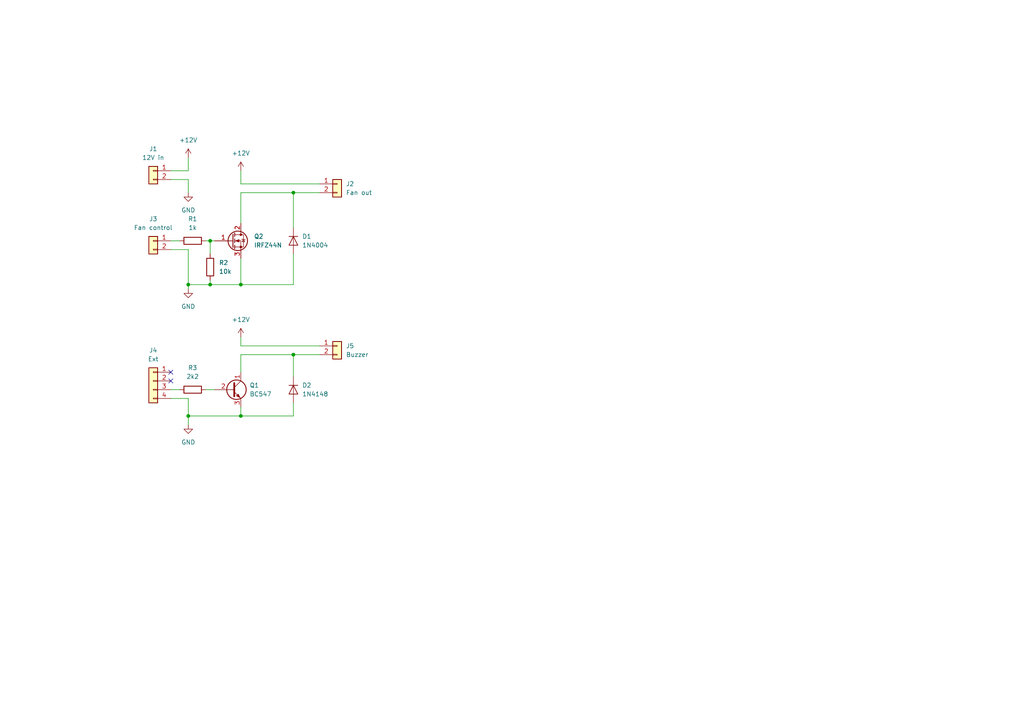
<source format=kicad_sch>
(kicad_sch (version 20230819) (generator eeschema)
  (paper "A4")
  (lib_symbols
    (symbol "Connector_Generic:Conn_01x02" (pin_names (offset 1.016) hide)
      (property "Reference" "J" (at 0 2.54 0))
      (property "Value" "Conn_01x02" (at 0 -5.08 0))
      (symbol "Conn_01x02_1_1"
        (rectangle (start -1.27 -2.413) (end 0 -2.667) (stroke (width 0.1524)))
        (rectangle (start -1.27 0.127) (end 0 -0.127) (stroke (width 0.1524)))
        (rectangle (start -1.27 1.27) (end 1.27 -3.81) (stroke (width 0.254)) (fill (type background)))
        (pin passive line (at -5.08 0 0) (length 3.81) (name "Pin_1") (number "1"))
        (pin passive line (at -5.08 -2.54 0) (length 3.81) (name "Pin_2") (number "2"))
      )
    )
    (symbol "Connector_Generic:Conn_01x04" (pin_names (offset 1.016) hide)
      (property "Reference" "J" (at 0 5.08 0))
      (property "Value" "Conn_01x04" (at 0 -7.62 0))
      (symbol "Conn_01x04_1_1"
        (rectangle (start -1.27 -4.953) (end 0 -5.207) (stroke (width 0.1524)))
        (rectangle (start -1.27 -2.413) (end 0 -2.667) (stroke (width 0.1524)))
        (rectangle (start -1.27 0.127) (end 0 -0.127) (stroke (width 0.1524)))
        (rectangle (start -1.27 2.667) (end 0 2.413) (stroke (width 0.1524)))
        (rectangle (start -1.27 3.81) (end 1.27 -6.35) (stroke (width 0.254)) (fill (type background)))
        (pin passive line (at -5.08 2.54 0) (length 3.81) (name "Pin_1") (number "1"))
        (pin passive line (at -5.08 0 0) (length 3.81) (name "Pin_2") (number "2"))
        (pin passive line (at -5.08 -2.54 0) (length 3.81) (name "Pin_3") (number "3"))
        (pin passive line (at -5.08 -5.08 0) (length 3.81) (name "Pin_4") (number "4"))
      )
    )
    (symbol "Device:D" (pin_numbers hide) (pin_names (offset 1.016) hide)
      (property "Reference" "D" (at 0 2.54 0))
      (property "Value" "D" (at 0 -2.54 0))
      (symbol "D_0_1"
        (polyline (pts (xy -1.27 1.27) (xy -1.27 -1.27)) (stroke (width 0.2032)))
        (polyline (pts (xy 1.27 0) (xy -1.27 0)))
        (polyline (pts (xy 1.27 1.27) (xy 1.27 -1.27) (xy -1.27 0) (xy 1.27 1.27)) (stroke (width 0.2032)))
      )
      (symbol "D_1_1"
        (pin passive line (at -3.81 0 0) (length 2.54) (name "K") (number "1"))
        (pin passive line (at 3.81 0 180) (length 2.54) (name "A") (number "2"))
      )
    )
    (symbol "Device:Q_NMOS_GDS" (pin_names (offset 0) hide)
      (property "Reference" "Q" (at 5.08 1.27 0))
      (property "Value" "Q_NMOS_GDS" (at 5.08 -1.27 0))
      (symbol "Q_NMOS_GDS_0_1"
        (polyline (pts (xy 0.0508 0) (xy 0.254 0)))
        (polyline (pts (xy 0.762 -1.778) (xy 2.54 -1.778)))
        (polyline (pts (xy 0.762 -1.27) (xy 0.762 -2.286)) (stroke (width 0.254)))
        (polyline (pts (xy 0.762 0) (xy 2.54 0)))
        (polyline (pts (xy 0.762 0.508) (xy 0.762 -0.508)) (stroke (width 0.254)))
        (polyline (pts (xy 0.762 1.778) (xy 2.54 1.778)))
        (polyline (pts (xy 0.762 2.286) (xy 0.762 1.27)) (stroke (width 0.254)))
        (polyline (pts (xy 2.54 -1.778) (xy 2.54 -2.54)))
        (polyline (pts (xy 2.54 -1.778) (xy 2.54 0)))
        (polyline (pts (xy 2.54 2.54) (xy 2.54 1.778)))
        (polyline (pts (xy 0.254 1.905) (xy 0.254 -1.905) (xy 0.254 -1.905)) (stroke (width 0.254)))
        (polyline (pts (xy 1.016 0) (xy 2.032 0.381) (xy 2.032 -0.381) (xy 1.016 0)) (fill (type outline)))
        (polyline (pts (xy 2.54 -1.778) (xy 3.302 -1.778) (xy 3.302 1.778) (xy 2.54 1.778)))
        (polyline (pts (xy 2.794 0.508) (xy 2.921 0.381) (xy 3.683 0.381) (xy 3.81 0.254)))
        (polyline (pts (xy 3.302 0.381) (xy 2.921 -0.254) (xy 3.683 -0.254) (xy 3.302 0.381)))
        (circle (center 1.651 0) (radius 2.8194) (stroke (width 0.254)))
        (circle (center 2.54 -1.778) (radius 0.2794) (fill (type outline)))
        (circle (center 2.54 1.778) (radius 0.2794) (fill (type outline)))
      )
      (symbol "Q_NMOS_GDS_1_1"
        (pin input line (at -5.08 0 0) (length 5.08) (name "G") (number "1"))
        (pin passive line (at 2.54 5.08 270) (length 2.54) (name "D") (number "2"))
        (pin passive line (at 2.54 -5.08 90) (length 2.54) (name "S") (number "3"))
      )
    )
    (symbol "Device:R" (pin_numbers hide) (pin_names (offset 0))
      (property "Reference" "R" (at 2.032 0 90))
      (property "Value" "R" (at 0 0 90))
      (symbol "R_0_1"
        (rectangle (start -1.016 -2.54) (end 1.016 2.54) (stroke (width 0.254)))
      )
      (symbol "R_1_1"
        (pin passive line (at 0 3.81 270) (length 1.27) (name "~") (number "1"))
        (pin passive line (at 0 -3.81 90) (length 1.27) (name "~") (number "2"))
      )
    )
    (symbol "Transistor_BJT:BC547" (pin_names (offset 0) hide)
      (property "Reference" "Q" (at 5.08 1.905 0))
      (property "Value" "BC547" (at 5.08 0 0))
      (symbol "BC547_0_1"
        (polyline (pts (xy 0 0) (xy 0.635 0)))
        (polyline (pts (xy 0.635 0.635) (xy 2.54 2.54)))
        (polyline (pts (xy 0.635 -0.635) (xy 2.54 -2.54) (xy 2.54 -2.54)))
        (polyline (pts (xy 0.635 1.905) (xy 0.635 -1.905) (xy 0.635 -1.905)) (stroke (width 0.508)))
        (polyline (pts (xy 1.27 -1.778) (xy 1.778 -1.27) (xy 2.286 -2.286) (xy 1.27 -1.778) (xy 1.27 -1.778)) (fill (type outline)))
        (circle (center 1.27 0) (radius 2.8194) (stroke (width 0.254)))
      )
      (symbol "BC547_1_1"
        (pin passive line (at 2.54 5.08 270) (length 2.54) (name "C") (number "1"))
        (pin input line (at -5.08 0 0) (length 5.08) (name "B") (number "2"))
        (pin passive line (at 2.54 -5.08 90) (length 2.54) (name "E") (number "3"))
      )
    )
    (symbol "power:+12V" (power) (pin_names (offset 0))
      (property "Value" "+12V" (at 0 3.556 0))
      (symbol "+12V_0_1"
        (polyline (pts (xy -0.762 1.27) (xy 0 2.54)))
        (polyline (pts (xy 0 0) (xy 0 2.54)))
        (polyline (pts (xy 0 2.54) (xy 0.762 1.27)))
      )
      (symbol "+12V_1_1"
        (pin power_in line (at 0 0 90) (length 0) hide (name "+12V") (number "1"))
      )
    )
    (symbol "power:GND" (power) (pin_names (offset 0))
      (property "Value" "GND" (at 0 -3.81 0))
      (symbol "GND_0_1"
        (polyline (pts (xy 0 0) (xy 0 -1.27) (xy 1.27 -1.27) (xy 0 -2.54) (xy -1.27 -1.27) (xy 0 -1.27)))
      )
      (symbol "GND_1_1"
        (pin power_in line (at 0 0 270) (length 0) hide (name "GND") (number "1"))
      )
    )
  )
  (junction (at 54.61 120.65))
  (junction (at 60.96 82.55))
  (junction (at 54.61 82.55))
  (junction (at 85.09 55.88))
  (junction (at 69.85 120.65))
  (junction (at 69.85 82.55))
  (junction (at 60.96 69.85))
  (junction (at 85.09 102.87))
  (no_connect (at 49.53 110.49))
  (no_connect (at 49.53 107.95))
  (wire (pts (xy 85.09 82.55) (xy 69.85 82.55)))
  (wire (pts (xy 54.61 72.39) (xy 54.61 82.55)))
  (wire (pts (xy 69.85 97.79) (xy 69.85 100.33)))
  (wire (pts (xy 69.85 49.53) (xy 69.85 53.34)))
  (wire (pts (xy 59.69 113.03) (xy 62.23 113.03)))
  (wire (pts (xy 60.96 81.28) (xy 60.96 82.55)))
  (wire (pts (xy 54.61 52.07) (xy 49.53 52.07)))
  (wire (pts (xy 85.09 102.87) (xy 92.71 102.87)))
  (wire (pts (xy 69.85 102.87) (xy 85.09 102.87)))
  (wire (pts (xy 85.09 73.66) (xy 85.09 82.55)))
  (wire (pts (xy 69.85 102.87) (xy 69.85 107.95)))
  (wire (pts (xy 59.69 69.85) (xy 60.96 69.85)))
  (wire (pts (xy 85.09 120.65) (xy 69.85 120.65)))
  (wire (pts (xy 85.09 116.84) (xy 85.09 120.65)))
  (wire (pts (xy 69.85 82.55) (xy 69.85 74.93)))
  (wire (pts (xy 54.61 120.65) (xy 54.61 123.19)))
  (wire (pts (xy 54.61 55.88) (xy 54.61 52.07)))
  (wire (pts (xy 49.53 113.03) (xy 52.07 113.03)))
  (wire (pts (xy 54.61 115.57) (xy 54.61 120.65)))
  (wire (pts (xy 49.53 69.85) (xy 52.07 69.85)))
  (wire (pts (xy 69.85 53.34) (xy 92.71 53.34)))
  (wire (pts (xy 60.96 69.85) (xy 62.23 69.85)))
  (wire (pts (xy 54.61 49.53) (xy 49.53 49.53)))
  (wire (pts (xy 69.85 120.65) (xy 54.61 120.65)))
  (wire (pts (xy 54.61 45.72) (xy 54.61 49.53)))
  (wire (pts (xy 69.85 55.88) (xy 69.85 64.77)))
  (wire (pts (xy 69.85 100.33) (xy 92.71 100.33)))
  (wire (pts (xy 60.96 82.55) (xy 69.85 82.55)))
  (wire (pts (xy 54.61 83.82) (xy 54.61 82.55)))
  (wire (pts (xy 85.09 55.88) (xy 92.71 55.88)))
  (wire (pts (xy 54.61 72.39) (xy 49.53 72.39)))
  (wire (pts (xy 85.09 102.87) (xy 85.09 109.22)))
  (wire (pts (xy 54.61 82.55) (xy 60.96 82.55)))
  (wire (pts (xy 69.85 55.88) (xy 85.09 55.88)))
  (wire (pts (xy 69.85 118.11) (xy 69.85 120.65)))
  (wire (pts (xy 60.96 69.85) (xy 60.96 73.66)))
  (wire (pts (xy 85.09 55.88) (xy 85.09 66.04)))
  (wire (pts (xy 49.53 115.57) (xy 54.61 115.57)))
  (symbol (lib_id "power:+12V") (at 69.85 49.53 0) (unit 1)
    (property "Reference" "#PWR03" (effects hide))
    (property "Value" "+12V" (at 69.85 44.45 0))
    (property "Description" "Power flag, +12V" (effects hide))
  )
  (symbol (lib_id "power:GND") (at 54.61 55.88 0) (unit 1)
    (property "Reference" "#PWR02" (effects hide))
    (property "Value" "GND" (at 54.61 60.96 0))
    (property "Description" "Power flag, ground" (effects hide))
  )
  (symbol (lib_id "Device:R") (at 55.88 113.03 90) (unit 1)
    (property "Reference" "R3" (at 55.88 106.68 90))
    (property "Value" "2k2" (at 55.88 109.22 90))
    (property "Footprint" "Resistor_THT:R_Axial_DIN0207_L6.3mm_D2.5mm_P7.62mm_Horizontal" (effects hide))
    (property "Description" "Resistor" (effects hide))
  )
  (symbol (lib_id "power:GND") (at 54.61 123.19 0) (unit 1)
    (property "Reference" "#PWR05" (effects hide))
    (property "Value" "GND" (at 54.61 128.27 0))
    (property "Description" "Power flag, ground" (effects hide))
  )
  (symbol (lib_id "Device:Q_NMOS_GDS") (at 67.31 69.85 0) (unit 1)
    (property "Reference" "Q2" (at 73.66 68.5799 0) (effects (justify left)))
    (property "Value" "IRFZ44N" (at 73.66 71.1199 0) (effects (justify left)))
    (property "Footprint" "Package_TO_SOT_THT:TO-220-3_Vertical" (effects hide))
    (property "Description" "N-MOSFET transistor, gate/drain/source" (effects hide))
  )
  (symbol (lib_id "Connector_Generic:Conn_01x04") (at 44.45 110.49 0) (mirror y) (unit 1)
    (property "Reference" "J4" (at 44.45 101.6 0))
    (property "Value" "Ext" (at 44.45 104.14 0))
    (property "Footprint" "Connector_JST:JST_XH_B4B-XH-A_1x04_P2.50mm_Vertical" (effects hide))
    (property "Description" "Generic connector, single row, 01x04, script generated (kicad-library-utils/schlib/autogen/connector/)" (effects hide))
  )
  (symbol (lib_id "power:GND") (at 54.61 83.82 0) (unit 1)
    (property "Reference" "#PWR04" (effects hide))
    (property "Value" "GND" (at 54.61 88.9 0))
    (property "Description" "Power flag, ground" (effects hide))
  )
  (symbol (lib_id "Transistor_BJT:BC547") (at 67.31 113.03 0) (unit 1)
    (property "Reference" "Q1" (at 72.39 111.7599 0) (effects (justify left)))
    (property "Value" "BC547" (at 72.39 114.2999 0) (effects (justify left)))
    (property "Footprint" "Package_TO_SOT_THT:TO-92L_Inline_Wide" (effects hide))
    (property "Datasheet" "https://www.onsemi.com/pub/Collateral/BC550-D.pdf" (effects hide))
    (property "Description" "0.1A Ic, 45V Vce, Small Signal NPN Transistor, TO-92" (effects hide))
  )
  (symbol (lib_id "Device:R") (at 60.96 77.47 0) (unit 1)
    (property "Reference" "R2" (at 63.5 76.1999 0) (effects (justify left)))
    (property "Value" "10k" (at 63.5 78.7399 0) (effects (justify left)))
    (property "Footprint" "Resistor_THT:R_Axial_DIN0207_L6.3mm_D2.5mm_P10.16mm_Horizontal" (effects hide))
    (property "Description" "Resistor" (effects hide))
  )
  (symbol (lib_id "power:+12V") (at 69.85 97.79 0) (unit 1)
    (property "Reference" "#PWR06" (effects hide))
    (property "Value" "+12V" (at 69.85 92.71 0))
    (property "Description" "Power flag, +12V" (effects hide))
  )
  (symbol (lib_id "Device:D") (at 85.09 113.03 270) (unit 1)
    (property "Reference" "D2" (at 87.63 111.7599 90) (effects (justify left)))
    (property "Value" "1N4148" (at 87.63 114.2999 90) (effects (justify left)))
    (property "Footprint" "Diode_THT:D_DO-35_SOD27_P7.62mm_Horizontal" (effects hide))
    (property "Description" "Diode" (effects hide))
  )
  (symbol (lib_id "Device:R") (at 55.88 69.85 90) (unit 1)
    (property "Reference" "R1" (at 55.88 63.5 90))
    (property "Value" "1k" (at 55.88 66.04 90))
    (property "Footprint" "Resistor_THT:R_Axial_DIN0204_L3.6mm_D1.6mm_P7.62mm_Horizontal" (effects hide))
    (property "Description" "Resistor" (effects hide))
  )
  (symbol (lib_id "Connector_Generic:Conn_01x02") (at 44.45 49.53 0) (mirror y) (unit 1)
    (property "Reference" "J1" (at 44.45 43.18 0))
    (property "Value" "12V in" (at 44.45 45.72 0))
    (property "Footprint" "Connector_JST:JST_XH_B2B-XH-A_1x02_P2.50mm_Vertical" (effects hide))
    (property "Description" "Generic connector, single row, 01x02, script generated (kicad-library-utils/schlib/autogen/connector/)" (effects hide))
  )
  (symbol (lib_id "power:+12V") (at 54.61 45.72 0) (unit 1)
    (property "Reference" "#PWR01" (effects hide))
    (property "Value" "+12V" (at 54.61 40.64 0))
    (property "Description" "Power flag, +12V" (effects hide))
  )
  (symbol (lib_id "Connector_Generic:Conn_01x02") (at 97.79 100.33 0) (unit 1)
    (property "Reference" "J5" (at 100.33 100.3299 0) (effects (justify left)))
    (property "Value" "Buzzer" (at 100.33 102.8699 0) (effects (justify left)))
    (property "Footprint" "Connector_JST:JST_XH_B2B-XH-A_1x02_P2.50mm_Vertical" (effects hide))
    (property "Description" "Generic connector, single row, 01x02, script generated (kicad-library-utils/schlib/autogen/connector/)" (effects hide))
  )
  (symbol (lib_id "Device:D") (at 85.09 69.85 270) (unit 1)
    (property "Reference" "D1" (at 87.63 68.5799 90) (effects (justify left)))
    (property "Value" "1N4004" (at 87.63 71.1199 90) (effects (justify left)))
    (property "Footprint" "Diode_THT:D_DO-41_SOD81_P10.16mm_Horizontal" (effects hide))
    (property "Description" "Diode" (effects hide))
  )
  (symbol (lib_id "Connector_Generic:Conn_01x02") (at 97.79 53.34 0) (unit 1)
    (property "Reference" "J2" (at 100.33 53.3399 0) (effects (justify left)))
    (property "Value" "Fan out" (at 100.33 55.8799 0) (effects (justify left)))
    (property "Footprint" "Connector_JST:JST_XH_B2B-XH-A_1x02_P2.50mm_Vertical" (effects hide))
    (property "Description" "Generic connector, single row, 01x02, script generated (kicad-library-utils/schlib/autogen/connector/)" (effects hide))
  )
  (symbol (lib_id "Connector_Generic:Conn_01x02") (at 44.45 69.85 0) (mirror y) (unit 1)
    (property "Reference" "J3" (at 44.45 63.5 0))
    (property "Value" "Fan control" (at 44.45 66.04 0))
    (property "Footprint" "Connector_JST:JST_XH_B2B-XH-A_1x02_P2.50mm_Vertical" (effects hide))
    (property "Description" "Generic connector, single row, 01x02, script generated (kicad-library-utils/schlib/autogen/connector/)" (effects hide))
  )
)
</source>
